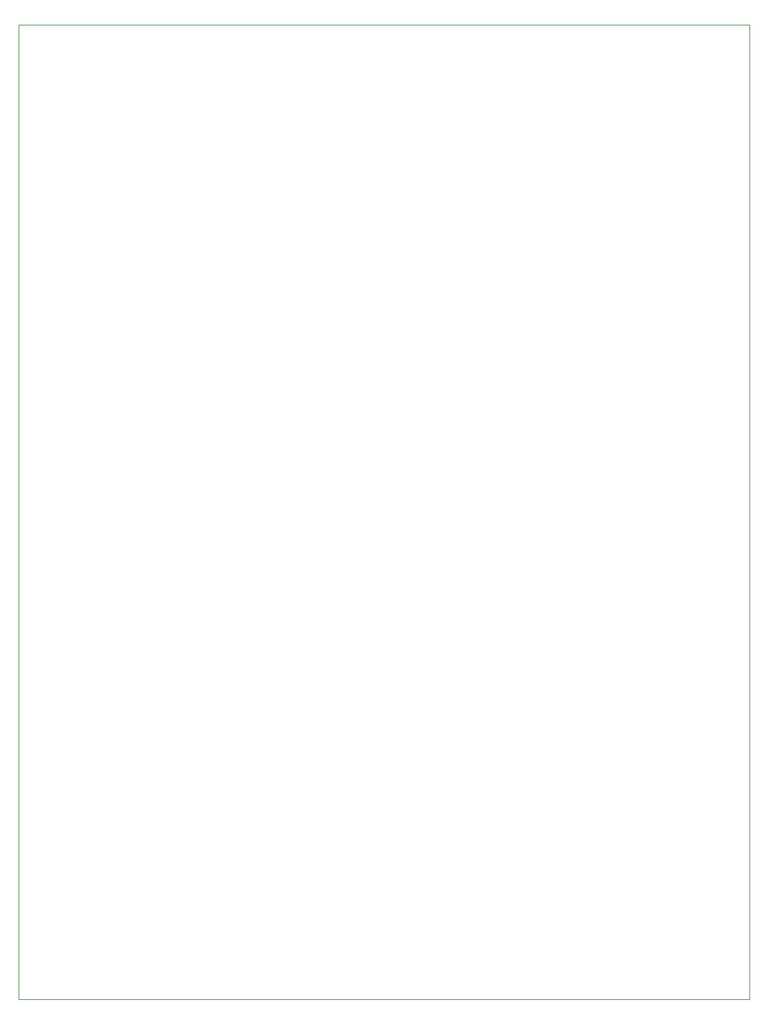
<source format=gbr>
%TF.GenerationSoftware,KiCad,Pcbnew,8.0.0-rc1-91-gb65fa46c3c*%
%TF.CreationDate,2024-02-01T16:18:32+08:00*%
%TF.ProjectId,_____,d0a8a736-612e-46b6-9963-61645f706362,rev?*%
%TF.SameCoordinates,Original*%
%TF.FileFunction,Profile,NP*%
%FSLAX46Y46*%
G04 Gerber Fmt 4.6, Leading zero omitted, Abs format (unit mm)*
G04 Created by KiCad (PCBNEW 8.0.0-rc1-91-gb65fa46c3c) date 2024-02-01 16:18:32*
%MOMM*%
%LPD*%
G01*
G04 APERTURE LIST*
%TA.AperFunction,Profile*%
%ADD10C,0.100000*%
%TD*%
G04 APERTURE END LIST*
D10*
X20000000Y-20000000D02*
X110000000Y-20000000D01*
X110000000Y-140000000D01*
X20000000Y-140000000D01*
X20000000Y-20000000D01*
M02*

</source>
